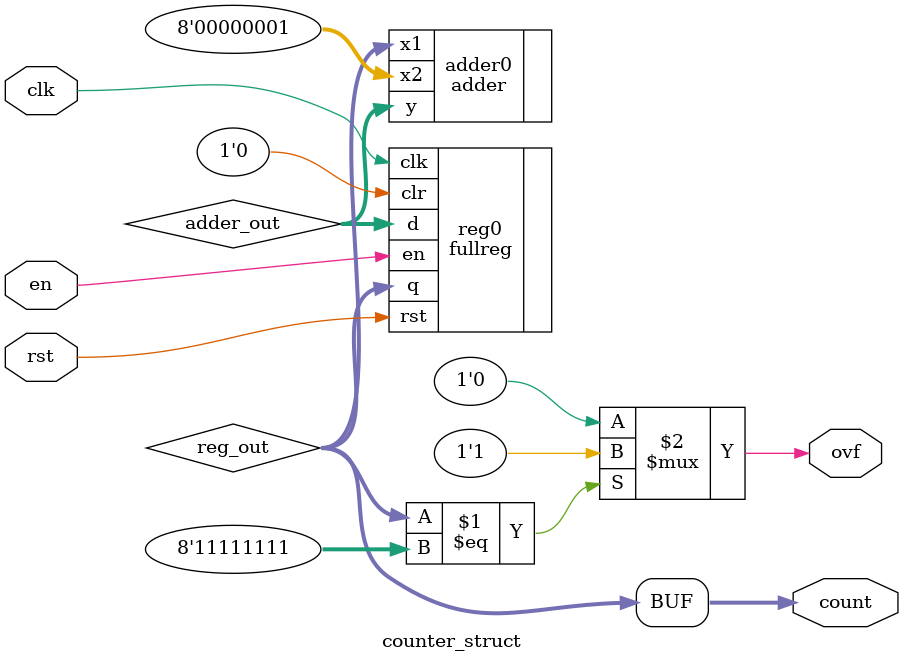
<source format=v>
`timescale 1ns / 1ps


module counter_struct(
    input clk,
    input en,    
    input rst,
    output [7:0]count,
    output ovf 
    );
    
    wire [7:0]adder_out,reg_out;
    
    
    fullreg #(.N(8)) reg0
    (
    .d(adder_out),
    .q(reg_out),
    .clk(clk),
    .en(en),
    .rst(rst),
    .clr(1'b0)
    );
    
    adder #(.N(8)) adder0
    (
    .x1(reg_out),
    .x2(8'd1),
    .y(adder_out)    
    );
    
    assign ovf=(reg_out==8'd255)?1'b1:1'b0;
    
//     comparer #(.N(8)) comparer0
//    (
//    .x1(reg_out),
//    .x2(8'd255),
//    .y(ovf)    
//    );
    
    assign count=reg_out;

endmodule

</source>
